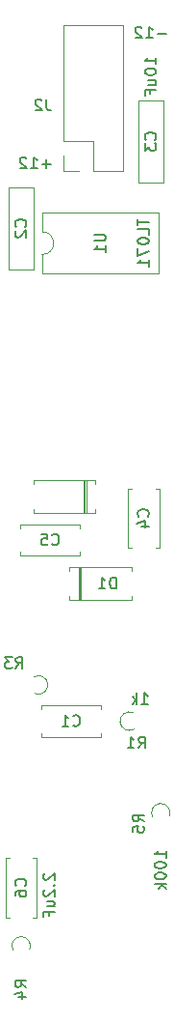
<source format=gbr>
%TF.GenerationSoftware,KiCad,Pcbnew,(6.0.4-0)*%
%TF.CreationDate,2022-12-20T07:59:27-08:00*%
%TF.ProjectId,slutch,736c7574-6368-42e6-9b69-6361645f7063,rev?*%
%TF.SameCoordinates,Original*%
%TF.FileFunction,Legend,Bot*%
%TF.FilePolarity,Positive*%
%FSLAX46Y46*%
G04 Gerber Fmt 4.6, Leading zero omitted, Abs format (unit mm)*
G04 Created by KiCad (PCBNEW (6.0.4-0)) date 2022-12-20 07:59:27*
%MOMM*%
%LPD*%
G01*
G04 APERTURE LIST*
%ADD10C,0.150000*%
%ADD11C,0.120000*%
G04 APERTURE END LIST*
D10*
X192468333Y-33726428D02*
X191706428Y-33726428D01*
X190706428Y-34107380D02*
X191277857Y-34107380D01*
X190992142Y-34107380D02*
X190992142Y-33107380D01*
X191087380Y-33250238D01*
X191182619Y-33345476D01*
X191277857Y-33393095D01*
X190325476Y-33202619D02*
X190277857Y-33155000D01*
X190182619Y-33107380D01*
X189944523Y-33107380D01*
X189849285Y-33155000D01*
X189801666Y-33202619D01*
X189754047Y-33297857D01*
X189754047Y-33393095D01*
X189801666Y-33535952D01*
X190373095Y-34107380D01*
X189754047Y-34107380D01*
X182308333Y-45156428D02*
X181546428Y-45156428D01*
X181927380Y-45537380D02*
X181927380Y-44775476D01*
X180546428Y-45537380D02*
X181117857Y-45537380D01*
X180832142Y-45537380D02*
X180832142Y-44537380D01*
X180927380Y-44680238D01*
X181022619Y-44775476D01*
X181117857Y-44823095D01*
X180165476Y-44632619D02*
X180117857Y-44585000D01*
X180022619Y-44537380D01*
X179784523Y-44537380D01*
X179689285Y-44585000D01*
X179641666Y-44632619D01*
X179594047Y-44727857D01*
X179594047Y-44823095D01*
X179641666Y-44965952D01*
X180213095Y-45537380D01*
X179594047Y-45537380D01*
%TO.C,R5*%
X190532380Y-102783333D02*
X190056190Y-102450000D01*
X190532380Y-102211904D02*
X189532380Y-102211904D01*
X189532380Y-102592857D01*
X189580000Y-102688095D01*
X189627619Y-102735714D01*
X189722857Y-102783333D01*
X189865714Y-102783333D01*
X189960952Y-102735714D01*
X190008571Y-102688095D01*
X190056190Y-102592857D01*
X190056190Y-102211904D01*
X189532380Y-103688095D02*
X189532380Y-103211904D01*
X190008571Y-103164285D01*
X189960952Y-103211904D01*
X189913333Y-103307142D01*
X189913333Y-103545238D01*
X189960952Y-103640476D01*
X190008571Y-103688095D01*
X190103809Y-103735714D01*
X190341904Y-103735714D01*
X190437142Y-103688095D01*
X190484761Y-103640476D01*
X190532380Y-103545238D01*
X190532380Y-103307142D01*
X190484761Y-103211904D01*
X190437142Y-103164285D01*
X192452380Y-105928571D02*
X192452380Y-105357142D01*
X192452380Y-105642857D02*
X191452380Y-105642857D01*
X191595238Y-105547619D01*
X191690476Y-105452380D01*
X191738095Y-105357142D01*
X191452380Y-106547619D02*
X191452380Y-106642857D01*
X191500000Y-106738095D01*
X191547619Y-106785714D01*
X191642857Y-106833333D01*
X191833333Y-106880952D01*
X192071428Y-106880952D01*
X192261904Y-106833333D01*
X192357142Y-106785714D01*
X192404761Y-106738095D01*
X192452380Y-106642857D01*
X192452380Y-106547619D01*
X192404761Y-106452380D01*
X192357142Y-106404761D01*
X192261904Y-106357142D01*
X192071428Y-106309523D01*
X191833333Y-106309523D01*
X191642857Y-106357142D01*
X191547619Y-106404761D01*
X191500000Y-106452380D01*
X191452380Y-106547619D01*
X191452380Y-107500000D02*
X191452380Y-107595238D01*
X191500000Y-107690476D01*
X191547619Y-107738095D01*
X191642857Y-107785714D01*
X191833333Y-107833333D01*
X192071428Y-107833333D01*
X192261904Y-107785714D01*
X192357142Y-107738095D01*
X192404761Y-107690476D01*
X192452380Y-107595238D01*
X192452380Y-107500000D01*
X192404761Y-107404761D01*
X192357142Y-107357142D01*
X192261904Y-107309523D01*
X192071428Y-107261904D01*
X191833333Y-107261904D01*
X191642857Y-107309523D01*
X191547619Y-107357142D01*
X191500000Y-107404761D01*
X191452380Y-107500000D01*
X192452380Y-108261904D02*
X191452380Y-108261904D01*
X192071428Y-108357142D02*
X192452380Y-108642857D01*
X191785714Y-108642857D02*
X192166666Y-108261904D01*
%TO.C,C1*%
X184276666Y-94337142D02*
X184324285Y-94384761D01*
X184467142Y-94432380D01*
X184562380Y-94432380D01*
X184705238Y-94384761D01*
X184800476Y-94289523D01*
X184848095Y-94194285D01*
X184895714Y-94003809D01*
X184895714Y-93860952D01*
X184848095Y-93670476D01*
X184800476Y-93575238D01*
X184705238Y-93480000D01*
X184562380Y-93432380D01*
X184467142Y-93432380D01*
X184324285Y-93480000D01*
X184276666Y-93527619D01*
X183324285Y-94432380D02*
X183895714Y-94432380D01*
X183610000Y-94432380D02*
X183610000Y-93432380D01*
X183705238Y-93575238D01*
X183800476Y-93670476D01*
X183895714Y-93718095D01*
%TO.C,R4*%
X180157380Y-117308333D02*
X179681190Y-116975000D01*
X180157380Y-116736904D02*
X179157380Y-116736904D01*
X179157380Y-117117857D01*
X179205000Y-117213095D01*
X179252619Y-117260714D01*
X179347857Y-117308333D01*
X179490714Y-117308333D01*
X179585952Y-117260714D01*
X179633571Y-117213095D01*
X179681190Y-117117857D01*
X179681190Y-116736904D01*
X179490714Y-118165476D02*
X180157380Y-118165476D01*
X179109761Y-117927380D02*
X179824047Y-117689285D01*
X179824047Y-118308333D01*
%TO.C,D1*%
X188063095Y-82367380D02*
X188063095Y-81367380D01*
X187825000Y-81367380D01*
X187682142Y-81415000D01*
X187586904Y-81510238D01*
X187539285Y-81605476D01*
X187491666Y-81795952D01*
X187491666Y-81938809D01*
X187539285Y-82129285D01*
X187586904Y-82224523D01*
X187682142Y-82319761D01*
X187825000Y-82367380D01*
X188063095Y-82367380D01*
X186539285Y-82367380D02*
X187110714Y-82367380D01*
X186825000Y-82367380D02*
X186825000Y-81367380D01*
X186920238Y-81510238D01*
X187015476Y-81605476D01*
X187110714Y-81653095D01*
%TO.C,R3*%
X179236666Y-89352380D02*
X179570000Y-88876190D01*
X179808095Y-89352380D02*
X179808095Y-88352380D01*
X179427142Y-88352380D01*
X179331904Y-88400000D01*
X179284285Y-88447619D01*
X179236666Y-88542857D01*
X179236666Y-88685714D01*
X179284285Y-88780952D01*
X179331904Y-88828571D01*
X179427142Y-88876190D01*
X179808095Y-88876190D01*
X178903333Y-88352380D02*
X178284285Y-88352380D01*
X178617619Y-88733333D01*
X178474761Y-88733333D01*
X178379523Y-88780952D01*
X178331904Y-88828571D01*
X178284285Y-88923809D01*
X178284285Y-89161904D01*
X178331904Y-89257142D01*
X178379523Y-89304761D01*
X178474761Y-89352380D01*
X178760476Y-89352380D01*
X178855714Y-89304761D01*
X178903333Y-89257142D01*
%TO.C,R1*%
X190031666Y-96337380D02*
X190365000Y-95861190D01*
X190603095Y-96337380D02*
X190603095Y-95337380D01*
X190222142Y-95337380D01*
X190126904Y-95385000D01*
X190079285Y-95432619D01*
X190031666Y-95527857D01*
X190031666Y-95670714D01*
X190079285Y-95765952D01*
X190126904Y-95813571D01*
X190222142Y-95861190D01*
X190603095Y-95861190D01*
X189079285Y-96337380D02*
X189650714Y-96337380D01*
X189365000Y-96337380D02*
X189365000Y-95337380D01*
X189460238Y-95480238D01*
X189555476Y-95575476D01*
X189650714Y-95623095D01*
X190299047Y-92512380D02*
X190870476Y-92512380D01*
X190584761Y-92512380D02*
X190584761Y-91512380D01*
X190680000Y-91655238D01*
X190775238Y-91750476D01*
X190870476Y-91798095D01*
X189870476Y-92512380D02*
X189870476Y-91512380D01*
X189775238Y-92131428D02*
X189489523Y-92512380D01*
X189489523Y-91845714D02*
X189870476Y-92226666D01*
%TO.C,C4*%
X190857142Y-76033333D02*
X190904761Y-75985714D01*
X190952380Y-75842857D01*
X190952380Y-75747619D01*
X190904761Y-75604761D01*
X190809523Y-75509523D01*
X190714285Y-75461904D01*
X190523809Y-75414285D01*
X190380952Y-75414285D01*
X190190476Y-75461904D01*
X190095238Y-75509523D01*
X190000000Y-75604761D01*
X189952380Y-75747619D01*
X189952380Y-75842857D01*
X190000000Y-75985714D01*
X190047619Y-76033333D01*
X190285714Y-76890476D02*
X190952380Y-76890476D01*
X189904761Y-76652380D02*
X190619047Y-76414285D01*
X190619047Y-77033333D01*
%TO.C,C2*%
X180062142Y-50633333D02*
X180109761Y-50585714D01*
X180157380Y-50442857D01*
X180157380Y-50347619D01*
X180109761Y-50204761D01*
X180014523Y-50109523D01*
X179919285Y-50061904D01*
X179728809Y-50014285D01*
X179585952Y-50014285D01*
X179395476Y-50061904D01*
X179300238Y-50109523D01*
X179205000Y-50204761D01*
X179157380Y-50347619D01*
X179157380Y-50442857D01*
X179205000Y-50585714D01*
X179252619Y-50633333D01*
X179252619Y-51014285D02*
X179205000Y-51061904D01*
X179157380Y-51157142D01*
X179157380Y-51395238D01*
X179205000Y-51490476D01*
X179252619Y-51538095D01*
X179347857Y-51585714D01*
X179443095Y-51585714D01*
X179585952Y-51538095D01*
X180157380Y-50966666D01*
X180157380Y-51585714D01*
%TO.C,C6*%
X180062142Y-108418333D02*
X180109761Y-108370714D01*
X180157380Y-108227857D01*
X180157380Y-108132619D01*
X180109761Y-107989761D01*
X180014523Y-107894523D01*
X179919285Y-107846904D01*
X179728809Y-107799285D01*
X179585952Y-107799285D01*
X179395476Y-107846904D01*
X179300238Y-107894523D01*
X179205000Y-107989761D01*
X179157380Y-108132619D01*
X179157380Y-108227857D01*
X179205000Y-108370714D01*
X179252619Y-108418333D01*
X179157380Y-109275476D02*
X179157380Y-109085000D01*
X179205000Y-108989761D01*
X179252619Y-108942142D01*
X179395476Y-108846904D01*
X179585952Y-108799285D01*
X179966904Y-108799285D01*
X180062142Y-108846904D01*
X180109761Y-108894523D01*
X180157380Y-108989761D01*
X180157380Y-109180238D01*
X180109761Y-109275476D01*
X180062142Y-109323095D01*
X179966904Y-109370714D01*
X179728809Y-109370714D01*
X179633571Y-109323095D01*
X179585952Y-109275476D01*
X179538333Y-109180238D01*
X179538333Y-108989761D01*
X179585952Y-108894523D01*
X179633571Y-108846904D01*
X179728809Y-108799285D01*
X181752619Y-107339047D02*
X181705000Y-107386666D01*
X181657380Y-107481904D01*
X181657380Y-107720000D01*
X181705000Y-107815238D01*
X181752619Y-107862857D01*
X181847857Y-107910476D01*
X181943095Y-107910476D01*
X182085952Y-107862857D01*
X182657380Y-107291428D01*
X182657380Y-107910476D01*
X182562142Y-108339047D02*
X182609761Y-108386666D01*
X182657380Y-108339047D01*
X182609761Y-108291428D01*
X182562142Y-108339047D01*
X182657380Y-108339047D01*
X181752619Y-108767619D02*
X181705000Y-108815238D01*
X181657380Y-108910476D01*
X181657380Y-109148571D01*
X181705000Y-109243809D01*
X181752619Y-109291428D01*
X181847857Y-109339047D01*
X181943095Y-109339047D01*
X182085952Y-109291428D01*
X182657380Y-108720000D01*
X182657380Y-109339047D01*
X181990714Y-110196190D02*
X182657380Y-110196190D01*
X181990714Y-109767619D02*
X182514523Y-109767619D01*
X182609761Y-109815238D01*
X182657380Y-109910476D01*
X182657380Y-110053333D01*
X182609761Y-110148571D01*
X182562142Y-110196190D01*
X182133571Y-111005714D02*
X182133571Y-110672380D01*
X182657380Y-110672380D02*
X181657380Y-110672380D01*
X181657380Y-111148571D01*
%TO.C,C3*%
X191492142Y-43013333D02*
X191539761Y-42965714D01*
X191587380Y-42822857D01*
X191587380Y-42727619D01*
X191539761Y-42584761D01*
X191444523Y-42489523D01*
X191349285Y-42441904D01*
X191158809Y-42394285D01*
X191015952Y-42394285D01*
X190825476Y-42441904D01*
X190730238Y-42489523D01*
X190635000Y-42584761D01*
X190587380Y-42727619D01*
X190587380Y-42822857D01*
X190635000Y-42965714D01*
X190682619Y-43013333D01*
X190587380Y-43346666D02*
X190587380Y-43965714D01*
X190968333Y-43632380D01*
X190968333Y-43775238D01*
X191015952Y-43870476D01*
X191063571Y-43918095D01*
X191158809Y-43965714D01*
X191396904Y-43965714D01*
X191492142Y-43918095D01*
X191539761Y-43870476D01*
X191587380Y-43775238D01*
X191587380Y-43489523D01*
X191539761Y-43394285D01*
X191492142Y-43346666D01*
X191587380Y-36393571D02*
X191587380Y-35822142D01*
X191587380Y-36107857D02*
X190587380Y-36107857D01*
X190730238Y-36012619D01*
X190825476Y-35917380D01*
X190873095Y-35822142D01*
X190587380Y-37012619D02*
X190587380Y-37107857D01*
X190635000Y-37203095D01*
X190682619Y-37250714D01*
X190777857Y-37298333D01*
X190968333Y-37345952D01*
X191206428Y-37345952D01*
X191396904Y-37298333D01*
X191492142Y-37250714D01*
X191539761Y-37203095D01*
X191587380Y-37107857D01*
X191587380Y-37012619D01*
X191539761Y-36917380D01*
X191492142Y-36869761D01*
X191396904Y-36822142D01*
X191206428Y-36774523D01*
X190968333Y-36774523D01*
X190777857Y-36822142D01*
X190682619Y-36869761D01*
X190635000Y-36917380D01*
X190587380Y-37012619D01*
X190920714Y-38203095D02*
X191587380Y-38203095D01*
X190920714Y-37774523D02*
X191444523Y-37774523D01*
X191539761Y-37822142D01*
X191587380Y-37917380D01*
X191587380Y-38060238D01*
X191539761Y-38155476D01*
X191492142Y-38203095D01*
X191063571Y-39012619D02*
X191063571Y-38679285D01*
X191587380Y-38679285D02*
X190587380Y-38679285D01*
X190587380Y-39155476D01*
%TO.C,U1*%
X186142380Y-51318095D02*
X186951904Y-51318095D01*
X187047142Y-51365714D01*
X187094761Y-51413333D01*
X187142380Y-51508571D01*
X187142380Y-51699047D01*
X187094761Y-51794285D01*
X187047142Y-51841904D01*
X186951904Y-51889523D01*
X186142380Y-51889523D01*
X187142380Y-52889523D02*
X187142380Y-52318095D01*
X187142380Y-52603809D02*
X186142380Y-52603809D01*
X186285238Y-52508571D01*
X186380476Y-52413333D01*
X186428095Y-52318095D01*
X189952380Y-49960952D02*
X189952380Y-50532380D01*
X190952380Y-50246666D02*
X189952380Y-50246666D01*
X190952380Y-51341904D02*
X190952380Y-50865714D01*
X189952380Y-50865714D01*
X189952380Y-51865714D02*
X189952380Y-51960952D01*
X190000000Y-52056190D01*
X190047619Y-52103809D01*
X190142857Y-52151428D01*
X190333333Y-52199047D01*
X190571428Y-52199047D01*
X190761904Y-52151428D01*
X190857142Y-52103809D01*
X190904761Y-52056190D01*
X190952380Y-51960952D01*
X190952380Y-51865714D01*
X190904761Y-51770476D01*
X190857142Y-51722857D01*
X190761904Y-51675238D01*
X190571428Y-51627619D01*
X190333333Y-51627619D01*
X190142857Y-51675238D01*
X190047619Y-51722857D01*
X190000000Y-51770476D01*
X189952380Y-51865714D01*
X189952380Y-52532380D02*
X189952380Y-53199047D01*
X190952380Y-52770476D01*
X190952380Y-54103809D02*
X190952380Y-53532380D01*
X190952380Y-53818095D02*
X189952380Y-53818095D01*
X190095238Y-53722857D01*
X190190476Y-53627619D01*
X190238095Y-53532380D01*
%TO.C,C5*%
X182411666Y-78462142D02*
X182459285Y-78509761D01*
X182602142Y-78557380D01*
X182697380Y-78557380D01*
X182840238Y-78509761D01*
X182935476Y-78414523D01*
X182983095Y-78319285D01*
X183030714Y-78128809D01*
X183030714Y-77985952D01*
X182983095Y-77795476D01*
X182935476Y-77700238D01*
X182840238Y-77605000D01*
X182697380Y-77557380D01*
X182602142Y-77557380D01*
X182459285Y-77605000D01*
X182411666Y-77652619D01*
X181506904Y-77557380D02*
X181983095Y-77557380D01*
X182030714Y-78033571D01*
X181983095Y-77985952D01*
X181887857Y-77938333D01*
X181649761Y-77938333D01*
X181554523Y-77985952D01*
X181506904Y-78033571D01*
X181459285Y-78128809D01*
X181459285Y-78366904D01*
X181506904Y-78462142D01*
X181554523Y-78509761D01*
X181649761Y-78557380D01*
X181887857Y-78557380D01*
X181983095Y-78509761D01*
X182030714Y-78462142D01*
%TO.C,J2*%
X181943333Y-39457380D02*
X181943333Y-40171666D01*
X181990952Y-40314523D01*
X182086190Y-40409761D01*
X182229047Y-40457380D01*
X182324285Y-40457380D01*
X181514761Y-39552619D02*
X181467142Y-39505000D01*
X181371904Y-39457380D01*
X181133809Y-39457380D01*
X181038571Y-39505000D01*
X180990952Y-39552619D01*
X180943333Y-39647857D01*
X180943333Y-39743095D01*
X180990952Y-39885952D01*
X181562380Y-40457380D01*
X180943333Y-40457380D01*
D11*
%TO.C,R5*%
X192749359Y-102320095D02*
G75*
G03*
X191300000Y-102417133I-749359J320095D01*
G01*
%TO.C,C1*%
X181490000Y-95350000D02*
X186730000Y-95350000D01*
X181490000Y-92925000D02*
X181490000Y-92610000D01*
X186730000Y-92925000D02*
X186730000Y-92610000D01*
X181490000Y-95350000D02*
X181490000Y-95035000D01*
X186730000Y-95350000D02*
X186730000Y-95035000D01*
X181490000Y-92610000D02*
X186730000Y-92610000D01*
%TO.C,R4*%
X180454359Y-113985095D02*
G75*
G03*
X179005000Y-114082133I-749359J320095D01*
G01*
%TO.C,1n34a1*%
X185455000Y-72825000D02*
X185455000Y-75765000D01*
X186235000Y-72825000D02*
X180795000Y-72825000D01*
X185335000Y-72825000D02*
X185335000Y-75765000D01*
X186235000Y-75435000D02*
X186235000Y-75765000D01*
X180795000Y-72825000D02*
X180795000Y-73155000D01*
X180795000Y-75765000D02*
X180795000Y-75435000D01*
X186235000Y-75765000D02*
X180795000Y-75765000D01*
X185215000Y-72825000D02*
X185215000Y-75765000D01*
X186235000Y-73155000D02*
X186235000Y-72825000D01*
%TO.C,D1*%
X183970000Y-80775000D02*
X183970000Y-80445000D01*
X189410000Y-83385000D02*
X189410000Y-83055000D01*
X183970000Y-83055000D02*
X183970000Y-83385000D01*
X189410000Y-80445000D02*
X189410000Y-80775000D01*
X183970000Y-80445000D02*
X189410000Y-80445000D01*
X184990000Y-83385000D02*
X184990000Y-80445000D01*
X184870000Y-83385000D02*
X184870000Y-80445000D01*
X183970000Y-83385000D02*
X189410000Y-83385000D01*
X184750000Y-83385000D02*
X184750000Y-80445000D01*
%TO.C,R3*%
X180924905Y-91554359D02*
G75*
G03*
X180827867Y-90105000I320095J749359D01*
G01*
%TO.C,R1*%
X189550095Y-93230641D02*
G75*
G03*
X189647133Y-94680000I-320095J-749359D01*
G01*
%TO.C,C4*%
X191555000Y-78820000D02*
X191870000Y-78820000D01*
X191555000Y-73580000D02*
X191870000Y-73580000D01*
X189130000Y-78820000D02*
X189445000Y-78820000D01*
X189130000Y-73580000D02*
X189130000Y-78820000D01*
X189130000Y-73580000D02*
X189445000Y-73580000D01*
X191870000Y-73580000D02*
X191870000Y-78820000D01*
%TO.C,C2*%
X178585000Y-47180000D02*
X180825000Y-47180000D01*
X180825000Y-47180000D02*
X180825000Y-54420000D01*
X178585000Y-47180000D02*
X178585000Y-54420000D01*
X178585000Y-54420000D02*
X180825000Y-54420000D01*
%TO.C,C6*%
X178335000Y-111205000D02*
X178650000Y-111205000D01*
X181075000Y-105965000D02*
X181075000Y-111205000D01*
X180760000Y-111205000D02*
X181075000Y-111205000D01*
X178335000Y-105965000D02*
X178650000Y-105965000D01*
X178335000Y-105965000D02*
X178335000Y-111205000D01*
X180760000Y-105965000D02*
X181075000Y-105965000D01*
%TO.C,C3*%
X190015000Y-39560000D02*
X192255000Y-39560000D01*
X190015000Y-46800000D02*
X192255000Y-46800000D01*
X192255000Y-39560000D02*
X192255000Y-46800000D01*
X190015000Y-39560000D02*
X190015000Y-46800000D01*
%TO.C,U1*%
X191840000Y-49430000D02*
X191840000Y-54730000D01*
X191840000Y-54730000D02*
X181560000Y-54730000D01*
X181560000Y-49430000D02*
X191840000Y-49430000D01*
X181560000Y-51080000D02*
X181560000Y-49430000D01*
X181560000Y-54730000D02*
X181560000Y-53080000D01*
X181560000Y-53080000D02*
G75*
G03*
X181560000Y-51080000I0J1000000D01*
G01*
%TO.C,C5*%
X184865000Y-76735000D02*
X179625000Y-76735000D01*
X179625000Y-76735000D02*
X179625000Y-77050000D01*
X184865000Y-76735000D02*
X184865000Y-77050000D01*
X179625000Y-79160000D02*
X179625000Y-79475000D01*
X184865000Y-79475000D02*
X179625000Y-79475000D01*
X184865000Y-79160000D02*
X184865000Y-79475000D01*
%TO.C,J2*%
X186050000Y-45775000D02*
X188650000Y-45775000D01*
X183450000Y-43175000D02*
X183450000Y-32955000D01*
X183450000Y-32955000D02*
X188650000Y-32955000D01*
X183450000Y-43175000D02*
X186050000Y-43175000D01*
X186050000Y-43175000D02*
X186050000Y-45775000D01*
X183450000Y-44445000D02*
X183450000Y-45775000D01*
X188650000Y-45775000D02*
X188650000Y-32955000D01*
X183450000Y-45775000D02*
X184780000Y-45775000D01*
%TD*%
M02*

</source>
